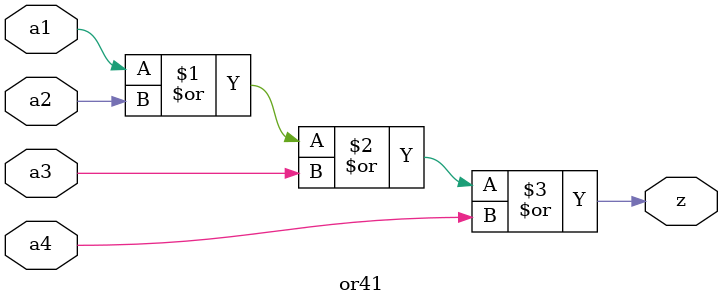
<source format=v>
module or41(a1,a2,a3,z,a4 );
input a1;
input a2;
input a3;
input a4;
output z;
wire z;
assign z=a1|a2|a3|a4;
endmodule

</source>
